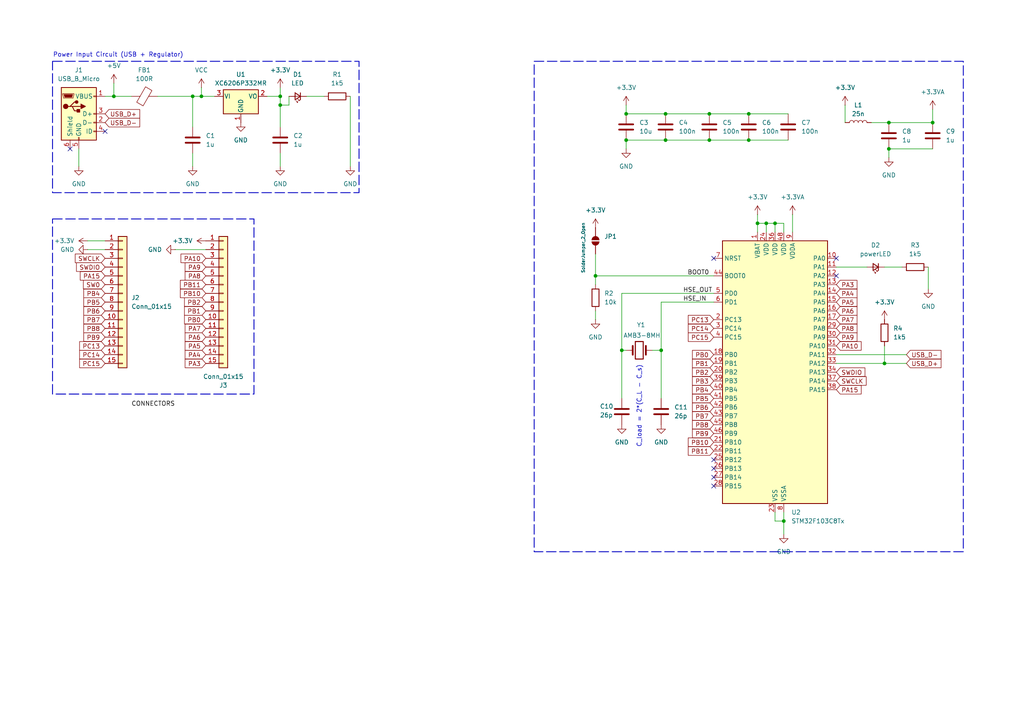
<source format=kicad_sch>
(kicad_sch (version 20231120) (generator "eeschema") (generator_version "8.0")
  (paper "A4")
  (lib_symbols
    (symbol "Connector:USB_B_Micro" (pin_names (offset 1.016))
      (property "Reference" "J" (at -5.08 11.43 0))
      (property "Value" "USB_B_Micro" (at -5.08 8.89 0))
      (symbol "USB_B_Micro_0_1"
        (rectangle (start -5.08 -7.62) (end 5.08 7.62) (stroke (width 0.254)) (fill (type background)))
        (circle (center -3.81 2.159) (radius 0.635) (stroke (width 0.254)) (fill (type outline)))
        (circle (center -0.635 3.429) (radius 0.381) (stroke (width 0.254)) (fill (type outline)))
        (rectangle (start -0.127 -7.62) (end 0.127 -6.858))
        (polyline (pts (xy -1.905 2.159) (xy 0.635 2.159)) (stroke (width 0.254)))
        (polyline (pts (xy -3.175 2.159) (xy -2.54 2.159) (xy -1.27 3.429) (xy -0.635 3.429)) (stroke (width 0.254)))
        (polyline (pts (xy -2.54 2.159) (xy -1.905 2.159) (xy -1.27 0.889) (xy 0 0.889)) (stroke (width 0.254)))
        (polyline (pts (xy 0.635 2.794) (xy 0.635 1.524) (xy 1.905 2.159) (xy 0.635 2.794)) (stroke (width 0.254)) (fill (type outline)))
        (polyline (pts (xy -4.318 5.588) (xy -1.778 5.588) (xy -2.032 4.826) (xy -4.064 4.826) (xy -4.318 5.588)) (fill (type outline)))
        (polyline (pts (xy -4.699 5.842) (xy -4.699 5.588) (xy -4.445 4.826) (xy -4.445 4.572) (xy -1.651 4.572) (xy -1.651 4.826) (xy -1.397 5.588) (xy -1.397 5.842) (xy -4.699 5.842)))
        (rectangle (start 0.254 1.27) (end -0.508 0.508) (stroke (width 0.254)) (fill (type outline)))
        (rectangle (start 5.08 -5.207) (end 4.318 -4.953))
        (rectangle (start 5.08 -2.667) (end 4.318 -2.413))
        (rectangle (start 5.08 -0.127) (end 4.318 0.127))
        (rectangle (start 5.08 4.953) (end 4.318 5.207))
      )
      (symbol "USB_B_Micro_1_1"
        (pin power_out line (at 7.62 5.08 180) (length 2.54) (name "VBUS") (number "1"))
        (pin bidirectional line (at 7.62 -2.54 180) (length 2.54) (name "D-") (number "2"))
        (pin bidirectional line (at 7.62 0 180) (length 2.54) (name "D+") (number "3"))
        (pin passive line (at 7.62 -5.08 180) (length 2.54) (name "ID") (number "4"))
        (pin power_out line (at 0 -10.16 90) (length 2.54) (name "GND") (number "5"))
        (pin passive line (at -2.54 -10.16 90) (length 2.54) (name "Shield") (number "6"))
      )
    )
    (symbol "Connector_Generic:Conn_01x15" (pin_names (offset 1.016) hide)
      (property "Reference" "J" (at 0 20.32 0))
      (property "Value" "Conn_01x15" (at 0 -20.32 0))
      (symbol "Conn_01x15_1_1"
        (rectangle (start -1.27 -17.653) (end 0 -17.907) (stroke (width 0.1524)))
        (rectangle (start -1.27 -15.113) (end 0 -15.367) (stroke (width 0.1524)))
        (rectangle (start -1.27 -12.573) (end 0 -12.827) (stroke (width 0.1524)))
        (rectangle (start -1.27 -10.033) (end 0 -10.287) (stroke (width 0.1524)))
        (rectangle (start -1.27 -7.493) (end 0 -7.747) (stroke (width 0.1524)))
        (rectangle (start -1.27 -4.953) (end 0 -5.207) (stroke (width 0.1524)))
        (rectangle (start -1.27 -2.413) (end 0 -2.667) (stroke (width 0.1524)))
        (rectangle (start -1.27 0.127) (end 0 -0.127) (stroke (width 0.1524)))
        (rectangle (start -1.27 2.667) (end 0 2.413) (stroke (width 0.1524)))
        (rectangle (start -1.27 5.207) (end 0 4.953) (stroke (width 0.1524)))
        (rectangle (start -1.27 7.747) (end 0 7.493) (stroke (width 0.1524)))
        (rectangle (start -1.27 10.287) (end 0 10.033) (stroke (width 0.1524)))
        (rectangle (start -1.27 12.827) (end 0 12.573) (stroke (width 0.1524)))
        (rectangle (start -1.27 15.367) (end 0 15.113) (stroke (width 0.1524)))
        (rectangle (start -1.27 17.907) (end 0 17.653) (stroke (width 0.1524)))
        (rectangle (start -1.27 19.05) (end 1.27 -19.05) (stroke (width 0.254)) (fill (type background)))
        (pin passive line (at -5.08 17.78 0) (length 3.81) (name "Pin_1") (number "1"))
        (pin passive line (at -5.08 -5.08 0) (length 3.81) (name "Pin_10") (number "10"))
        (pin passive line (at -5.08 -7.62 0) (length 3.81) (name "Pin_11") (number "11"))
        (pin passive line (at -5.08 -10.16 0) (length 3.81) (name "Pin_12") (number "12"))
        (pin passive line (at -5.08 -12.7 0) (length 3.81) (name "Pin_13") (number "13"))
        (pin passive line (at -5.08 -15.24 0) (length 3.81) (name "Pin_14") (number "14"))
        (pin passive line (at -5.08 -17.78 0) (length 3.81) (name "Pin_15") (number "15"))
        (pin passive line (at -5.08 15.24 0) (length 3.81) (name "Pin_2") (number "2"))
        (pin passive line (at -5.08 12.7 0) (length 3.81) (name "Pin_3") (number "3"))
        (pin passive line (at -5.08 10.16 0) (length 3.81) (name "Pin_4") (number "4"))
        (pin passive line (at -5.08 7.62 0) (length 3.81) (name "Pin_5") (number "5"))
        (pin passive line (at -5.08 5.08 0) (length 3.81) (name "Pin_6") (number "6"))
        (pin passive line (at -5.08 2.54 0) (length 3.81) (name "Pin_7") (number "7"))
        (pin passive line (at -5.08 0 0) (length 3.81) (name "Pin_8") (number "8"))
        (pin passive line (at -5.08 -2.54 0) (length 3.81) (name "Pin_9") (number "9"))
      )
    )
    (symbol "Device:C" (pin_numbers hide) (pin_names (offset 0.254))
      (property "Reference" "C" (at 0.635 2.54 0))
      (property "Value" "C" (at 0.635 -2.54 0))
      (symbol "C_0_1"
        (polyline (pts (xy -2.032 -0.762) (xy 2.032 -0.762)) (stroke (width 0.508)))
        (polyline (pts (xy -2.032 0.762) (xy 2.032 0.762)) (stroke (width 0.508)))
      )
      (symbol "C_1_1"
        (pin passive line (at 0 3.81 270) (length 2.794) (name "~") (number "1"))
        (pin passive line (at 0 -3.81 90) (length 2.794) (name "~") (number "2"))
      )
    )
    (symbol "Device:Crystal" (pin_numbers hide) (pin_names (offset 1.016) hide)
      (property "Reference" "Y" (at 0 3.81 0))
      (property "Value" "Crystal" (at 0 -3.81 0))
      (symbol "Crystal_0_1"
        (rectangle (start -1.143 2.54) (end 1.143 -2.54) (stroke (width 0.3048)))
        (polyline (pts (xy -2.54 0) (xy -1.905 0)))
        (polyline (pts (xy -1.905 -1.27) (xy -1.905 1.27)) (stroke (width 0.508)))
        (polyline (pts (xy 1.905 -1.27) (xy 1.905 1.27)) (stroke (width 0.508)))
        (polyline (pts (xy 2.54 0) (xy 1.905 0)))
      )
      (symbol "Crystal_1_1"
        (pin passive line (at -3.81 0 0) (length 1.27) (name "1") (number "1"))
        (pin passive line (at 3.81 0 180) (length 1.27) (name "2") (number "2"))
      )
    )
    (symbol "Device:FerriteBead" (pin_numbers hide) (pin_names (offset 0))
      (property "Reference" "FB" (at -3.81 0.635 90))
      (property "Value" "FerriteBead" (at 3.81 0 90))
      (symbol "FerriteBead_0_1"
        (polyline (pts (xy 0 -1.27) (xy 0 -1.2192)))
        (polyline (pts (xy 0 1.27) (xy 0 1.2954)))
        (polyline (pts (xy -2.7686 0.4064) (xy -1.7018 2.2606) (xy 2.7686 -0.3048) (xy 1.6764 -2.159) (xy -2.7686 0.4064)))
      )
      (symbol "FerriteBead_1_1"
        (pin passive line (at 0 3.81 270) (length 2.54) (name "~") (number "1"))
        (pin passive line (at 0 -3.81 90) (length 2.54) (name "~") (number "2"))
      )
    )
    (symbol "Device:L" (pin_numbers hide) (pin_names (offset 1.016) hide)
      (property "Reference" "L" (at -1.27 0 90))
      (property "Value" "L" (at 1.905 0 90))
      (symbol "L_0_1"
        (arc (start 0 -2.54) (mid 0.6323 -1.905) (end 0 -1.27))
        (arc (start 0 -1.27) (mid 0.6323 -0.635) (end 0 0))
        (arc (start 0 0) (mid 0.6323 0.635) (end 0 1.27))
        (arc (start 0 1.27) (mid 0.6323 1.905) (end 0 2.54))
      )
      (symbol "L_1_1"
        (pin passive line (at 0 3.81 270) (length 1.27) (name "1") (number "1"))
        (pin passive line (at 0 -3.81 90) (length 1.27) (name "2") (number "2"))
      )
    )
    (symbol "Device:LED_Small" (pin_numbers hide) (pin_names (offset 0.254) hide)
      (property "Reference" "D" (at -1.27 3.175 0))
      (property "Value" "LED_Small" (at -4.445 -2.54 0))
      (symbol "LED_Small_0_1"
        (polyline (pts (xy -0.762 -1.016) (xy -0.762 1.016)) (stroke (width 0.254)))
        (polyline (pts (xy 1.016 0) (xy -0.762 0)))
        (polyline (pts (xy 0.762 -1.016) (xy -0.762 0) (xy 0.762 1.016) (xy 0.762 -1.016)) (stroke (width 0.254)))
        (polyline (pts (xy 0 0.762) (xy -0.508 1.27) (xy -0.254 1.27) (xy -0.508 1.27) (xy -0.508 1.016)))
        (polyline (pts (xy 0.508 1.27) (xy 0 1.778) (xy 0.254 1.778) (xy 0 1.778) (xy 0 1.524)))
      )
      (symbol "LED_Small_1_1"
        (pin passive line (at -2.54 0 0) (length 1.778) (name "K") (number "1"))
        (pin passive line (at 2.54 0 180) (length 1.778) (name "A") (number "2"))
      )
    )
    (symbol "Device:R" (pin_numbers hide) (pin_names (offset 0))
      (property "Reference" "R" (at 2.032 0 90))
      (property "Value" "R" (at 0 0 90))
      (symbol "R_0_1"
        (rectangle (start -1.016 -2.54) (end 1.016 2.54) (stroke (width 0.254)))
      )
      (symbol "R_1_1"
        (pin passive line (at 0 3.81 270) (length 1.27) (name "~") (number "1"))
        (pin passive line (at 0 -3.81 90) (length 1.27) (name "~") (number "2"))
      )
    )
    (symbol "Jumper:SolderJumper_2_Open" (pin_numbers hide) (pin_names (offset 0) hide) (exclude_from_sim yes) (in_bom no)
      (property "Reference" "JP" (at 0 2.032 0))
      (property "Value" "SolderJumper_2_Open" (at 0 -2.54 0))
      (symbol "SolderJumper_2_Open_0_1"
        (arc (start -0.254 1.016) (mid -1.2656 0) (end -0.254 -1.016))
        (arc (start -0.254 1.016) (mid -1.2656 0) (end -0.254 -1.016) (fill (type outline)))
        (polyline (pts (xy -0.254 1.016) (xy -0.254 -1.016)))
        (polyline (pts (xy 0.254 1.016) (xy 0.254 -1.016)))
        (arc (start 0.254 -1.016) (mid 1.2656 0) (end 0.254 1.016))
        (arc (start 0.254 -1.016) (mid 1.2656 0) (end 0.254 1.016) (fill (type outline)))
      )
      (symbol "SolderJumper_2_Open_1_1"
        (pin passive line (at -3.81 0 0) (length 2.54) (name "A") (number "1"))
        (pin passive line (at 3.81 0 180) (length 2.54) (name "B") (number "2"))
      )
    )
    (symbol "MCU_ST_STM32F1:STM32F103C8Tx"
      (property "Reference" "U" (at -15.24 39.37 0))
      (property "Value" "STM32F103C8Tx" (at 7.62 39.37 0))
      (symbol "STM32F103C8Tx_0_1"
        (rectangle (start -15.24 -38.1) (end 15.24 38.1) (stroke (width 0.254)) (fill (type background)))
      )
      (symbol "STM32F103C8Tx_1_1"
        (pin power_in line (at -5.08 40.64 270) (length 2.54) (name "VBAT") (number "1"))
        (pin bidirectional line (at 17.78 33.02 180) (length 2.54) (name "PA0") (number "10"))
        (pin bidirectional line (at 17.78 30.48 180) (length 2.54) (name "PA1") (number "11"))
        (pin bidirectional line (at 17.78 27.94 180) (length 2.54) (name "PA2") (number "12"))
        (pin bidirectional line (at 17.78 25.4 180) (length 2.54) (name "PA3") (number "13"))
        (pin bidirectional line (at 17.78 22.86 180) (length 2.54) (name "PA4") (number "14"))
        (pin bidirectional line (at 17.78 20.32 180) (length 2.54) (name "PA5") (number "15"))
        (pin bidirectional line (at 17.78 17.78 180) (length 2.54) (name "PA6") (number "16"))
        (pin bidirectional line (at 17.78 15.24 180) (length 2.54) (name "PA7") (number "17"))
        (pin bidirectional line (at -17.78 5.08 0) (length 2.54) (name "PB0") (number "18"))
        (pin bidirectional line (at -17.78 2.54 0) (length 2.54) (name "PB1") (number "19"))
        (pin bidirectional line (at -17.78 15.24 0) (length 2.54) (name "PC13") (number "2"))
        (pin bidirectional line (at -17.78 0 0) (length 2.54) (name "PB2") (number "20"))
        (pin bidirectional line (at -17.78 -20.32 0) (length 2.54) (name "PB10") (number "21"))
        (pin bidirectional line (at -17.78 -22.86 0) (length 2.54) (name "PB11") (number "22"))
        (pin power_in line (at 0 -40.64 90) (length 2.54) (name "VSS") (number "23"))
        (pin power_in line (at -2.54 40.64 270) (length 2.54) (name "VDD") (number "24"))
        (pin bidirectional line (at -17.78 -25.4 0) (length 2.54) (name "PB12") (number "25"))
        (pin bidirectional line (at -17.78 -27.94 0) (length 2.54) (name "PB13") (number "26"))
        (pin bidirectional line (at -17.78 -30.48 0) (length 2.54) (name "PB14") (number "27"))
        (pin bidirectional line (at -17.78 -33.02 0) (length 2.54) (name "PB15") (number "28"))
        (pin bidirectional line (at 17.78 12.7 180) (length 2.54) (name "PA8") (number "29"))
        (pin bidirectional line (at -17.78 12.7 0) (length 2.54) (name "PC14") (number "3"))
        (pin bidirectional line (at 17.78 10.16 180) (length 2.54) (name "PA9") (number "30"))
        (pin bidirectional line (at 17.78 7.62 180) (length 2.54) (name "PA10") (number "31"))
        (pin bidirectional line (at 17.78 5.08 180) (length 2.54) (name "PA11") (number "32"))
        (pin bidirectional line (at 17.78 2.54 180) (length 2.54) (name "PA12") (number "33"))
        (pin bidirectional line (at 17.78 0 180) (length 2.54) (name "PA13") (number "34"))
        (pin passive line (at 0 -40.64 90) (length 2.54) hide (name "VSS") (number "35"))
        (pin power_in line (at 0 40.64 270) (length 2.54) (name "VDD") (number "36"))
        (pin bidirectional line (at 17.78 -2.54 180) (length 2.54) (name "PA14") (number "37"))
        (pin bidirectional line (at 17.78 -5.08 180) (length 2.54) (name "PA15") (number "38"))
        (pin bidirectional line (at -17.78 -2.54 0) (length 2.54) (name "PB3") (number "39"))
        (pin bidirectional line (at -17.78 10.16 0) (length 2.54) (name "PC15") (number "4"))
        (pin bidirectional line (at -17.78 -5.08 0) (length 2.54) (name "PB4") (number "40"))
        (pin bidirectional line (at -17.78 -7.62 0) (length 2.54) (name "PB5") (number "41"))
        (pin bidirectional line (at -17.78 -10.16 0) (length 2.54) (name "PB6") (number "42"))
        (pin bidirectional line (at -17.78 -12.7 0) (length 2.54) (name "PB7") (number "43"))
        (pin input line (at -17.78 27.94 0) (length 2.54) (name "BOOT0") (number "44"))
        (pin bidirectional line (at -17.78 -15.24 0) (length 2.54) (name "PB8") (number "45"))
        (pin bidirectional line (at -17.78 -17.78 0) (length 2.54) (name "PB9") (number "46"))
        (pin passive line (at 0 -40.64 90) (length 2.54) hide (name "VSS") (number "47"))
        (pin power_in line (at 2.54 40.64 270) (length 2.54) (name "VDD") (number "48"))
        (pin bidirectional line (at -17.78 22.86 0) (length 2.54) (name "PD0") (number "5"))
        (pin bidirectional line (at -17.78 20.32 0) (length 2.54) (name "PD1") (number "6"))
        (pin input line (at -17.78 33.02 0) (length 2.54) (name "NRST") (number "7"))
        (pin power_in line (at 2.54 -40.64 90) (length 2.54) (name "VSSA") (number "8"))
        (pin power_in line (at 5.08 40.64 270) (length 2.54) (name "VDDA") (number "9"))
      )
    )
    (symbol "Regulator_Linear:XC6206PxxxMR" (pin_names (offset 0.254))
      (property "Reference" "U" (at -3.81 3.175 0))
      (property "Value" "XC6206PxxxMR" (at 0 3.175 0))
      (symbol "XC6206PxxxMR_0_1"
        (rectangle (start -5.08 1.905) (end 5.08 -5.08) (stroke (width 0.254)) (fill (type background)))
      )
      (symbol "XC6206PxxxMR_1_1"
        (pin power_in line (at 0 -7.62 90) (length 2.54) (name "GND") (number "1"))
        (pin power_out line (at 7.62 0 180) (length 2.54) (name "VO") (number "2"))
        (pin power_in line (at -7.62 0 0) (length 2.54) (name "VI") (number "3"))
      )
    )
    (symbol "power:+3.3V" (power) (pin_numbers hide) (pin_names (offset 0) hide)
      (property "Value" "+3.3V" (at 0 3.556 0))
      (symbol "+3.3V_0_1"
        (polyline (pts (xy -0.762 1.27) (xy 0 2.54)))
        (polyline (pts (xy 0 0) (xy 0 2.54)))
        (polyline (pts (xy 0 2.54) (xy 0.762 1.27)))
      )
      (symbol "+3.3V_1_1"
        (pin power_in line (at 0 0 90) (length 0) (name "~") (number "1"))
      )
    )
    (symbol "power:+5V" (power) (pin_numbers hide) (pin_names (offset 0) hide)
      (property "Value" "+5V" (at 0 3.556 0))
      (symbol "+5V_0_1"
        (polyline (pts (xy -0.762 1.27) (xy 0 2.54)))
        (polyline (pts (xy 0 0) (xy 0 2.54)))
        (polyline (pts (xy 0 2.54) (xy 0.762 1.27)))
      )
      (symbol "+5V_1_1"
        (pin power_in line (at 0 0 90) (length 0) (name "~") (number "1"))
      )
    )
    (symbol "power:GND" (power) (pin_numbers hide) (pin_names (offset 0) hide)
      (property "Value" "GND" (at 0 -3.81 0))
      (symbol "GND_0_1"
        (polyline (pts (xy 0 0) (xy 0 -1.27) (xy 1.27 -1.27) (xy 0 -2.54) (xy -1.27 -1.27) (xy 0 -1.27)))
      )
      (symbol "GND_1_1"
        (pin power_in line (at 0 0 270) (length 0) (name "~") (number "1"))
      )
    )
    (symbol "power:VCC" (power) (pin_numbers hide) (pin_names (offset 0) hide)
      (property "Value" "VCC" (at 0 3.556 0))
      (symbol "VCC_0_1"
        (polyline (pts (xy -0.762 1.27) (xy 0 2.54)))
        (polyline (pts (xy 0 0) (xy 0 2.54)))
        (polyline (pts (xy 0 2.54) (xy 0.762 1.27)))
      )
      (symbol "VCC_1_1"
        (pin power_in line (at 0 0 90) (length 0) (name "~") (number "1"))
      )
    )
  )
  (junction (at 193.04 33.02))
  (junction (at 217.17 40.64))
  (junction (at 191.77 101.6))
  (junction (at 270.51 35.56))
  (junction (at 193.04 40.64))
  (junction (at 81.28 27.94))
  (junction (at 224.79 64.77))
  (junction (at 205.74 40.64))
  (junction (at 219.71 64.77))
  (junction (at 227.33 151.13))
  (junction (at 222.25 64.77))
  (junction (at 58.42 27.94))
  (junction (at 181.61 40.64))
  (junction (at 33.02 27.94))
  (junction (at 217.17 33.02))
  (junction (at 172.72 80.01))
  (junction (at 257.81 43.18))
  (junction (at 180.34 101.6))
  (junction (at 181.61 33.02))
  (junction (at 81.28 30.48))
  (junction (at 205.74 33.02))
  (junction (at 257.81 35.56))
  (junction (at 256.54 105.41))
  (junction (at 55.88 27.94))
  (no_connect (at 207.01 135.89))
  (no_connect (at 207.01 138.43))
  (no_connect (at 30.48 38.1))
  (no_connect (at 242.57 74.93))
  (no_connect (at 20.32 43.18))
  (no_connect (at 207.01 74.93))
  (no_connect (at 242.57 80.01))
  (no_connect (at 207.01 133.35))
  (no_connect (at 207.01 140.97))
  (wire (pts (xy 181.61 40.64) (xy 193.04 40.64)))
  (wire (pts (xy 227.33 67.31) (xy 227.33 64.77)))
  (wire (pts (xy 50.8 72.39) (xy 59.69 72.39)))
  (wire (pts (xy 81.28 30.48) (xy 81.28 36.83)))
  (wire (pts (xy 81.28 48.26) (xy 81.28 44.45)))
  (wire (pts (xy 205.74 33.02) (xy 217.17 33.02)))
  (wire (pts (xy 101.6 27.94) (xy 101.6 48.26)))
  (wire (pts (xy 256.54 100.33) (xy 256.54 105.41)))
  (wire (pts (xy 224.79 64.77) (xy 222.25 64.77)))
  (wire (pts (xy 180.34 101.6) (xy 180.34 115.57)))
  (wire (pts (xy 45.72 27.94) (xy 55.88 27.94)))
  (wire (pts (xy 227.33 151.13) (xy 224.79 151.13)))
  (wire (pts (xy 22.86 43.18) (xy 22.86 48.26)))
  (wire (pts (xy 181.61 30.48) (xy 181.61 33.02)))
  (wire (pts (xy 172.72 90.17) (xy 172.72 92.71)))
  (wire (pts (xy 270.51 31.75) (xy 270.51 35.56)))
  (wire (pts (xy 191.77 87.63) (xy 207.01 87.63)))
  (wire (pts (xy 181.61 33.02) (xy 193.04 33.02)))
  (wire (pts (xy 219.71 64.77) (xy 219.71 67.31)))
  (wire (pts (xy 30.48 27.94) (xy 33.02 27.94)))
  (wire (pts (xy 83.82 27.94) (xy 83.82 30.48)))
  (wire (pts (xy 224.79 148.59) (xy 224.79 151.13)))
  (wire (pts (xy 242.57 77.47) (xy 251.46 77.47)))
  (wire (pts (xy 193.04 33.02) (xy 205.74 33.02)))
  (wire (pts (xy 172.72 80.01) (xy 207.01 80.01)))
  (wire (pts (xy 77.47 27.94) (xy 81.28 27.94)))
  (wire (pts (xy 257.81 43.18) (xy 257.81 45.72)))
  (wire (pts (xy 191.77 101.6) (xy 191.77 115.57)))
  (wire (pts (xy 222.25 67.31) (xy 222.25 64.77)))
  (wire (pts (xy 172.72 73.66) (xy 172.72 80.01)))
  (wire (pts (xy 33.02 24.13) (xy 33.02 27.94)))
  (wire (pts (xy 252.73 35.56) (xy 257.81 35.56)))
  (wire (pts (xy 191.77 87.63) (xy 191.77 101.6)))
  (wire (pts (xy 180.34 85.09) (xy 180.34 101.6)))
  (wire (pts (xy 205.74 40.64) (xy 217.17 40.64)))
  (wire (pts (xy 25.4 72.39) (xy 30.48 72.39)))
  (wire (pts (xy 58.42 25.4) (xy 58.42 27.94)))
  (wire (pts (xy 88.9 27.94) (xy 93.98 27.94)))
  (wire (pts (xy 217.17 33.02) (xy 228.6 33.02)))
  (wire (pts (xy 257.81 35.56) (xy 270.51 35.56)))
  (wire (pts (xy 58.42 27.94) (xy 62.23 27.94)))
  (wire (pts (xy 55.88 27.94) (xy 58.42 27.94)))
  (wire (pts (xy 222.25 64.77) (xy 219.71 64.77)))
  (wire (pts (xy 224.79 67.31) (xy 224.79 64.77)))
  (wire (pts (xy 55.88 44.45) (xy 55.88 48.26)))
  (wire (pts (xy 33.02 27.94) (xy 38.1 27.94)))
  (wire (pts (xy 227.33 151.13) (xy 227.33 154.94)))
  (wire (pts (xy 172.72 80.01) (xy 172.72 82.55)))
  (wire (pts (xy 256.54 77.47) (xy 261.62 77.47)))
  (wire (pts (xy 242.57 105.41) (xy 256.54 105.41)))
  (wire (pts (xy 181.61 40.64) (xy 181.61 43.18)))
  (wire (pts (xy 257.81 43.18) (xy 270.51 43.18)))
  (wire (pts (xy 229.87 62.23) (xy 229.87 67.31)))
  (wire (pts (xy 25.4 69.85) (xy 30.48 69.85)))
  (wire (pts (xy 269.24 83.82) (xy 269.24 77.47)))
  (wire (pts (xy 227.33 64.77) (xy 224.79 64.77)))
  (wire (pts (xy 180.34 101.6) (xy 181.61 101.6)))
  (wire (pts (xy 81.28 27.94) (xy 81.28 30.48)))
  (wire (pts (xy 189.23 101.6) (xy 191.77 101.6)))
  (wire (pts (xy 180.34 85.09) (xy 207.01 85.09)))
  (wire (pts (xy 219.71 62.23) (xy 219.71 64.77)))
  (wire (pts (xy 217.17 40.64) (xy 228.6 40.64)))
  (wire (pts (xy 227.33 148.59) (xy 227.33 151.13)))
  (wire (pts (xy 83.82 30.48) (xy 81.28 30.48)))
  (wire (pts (xy 242.57 102.87) (xy 262.89 102.87)))
  (wire (pts (xy 81.28 25.4) (xy 81.28 27.94)))
  (wire (pts (xy 245.11 30.48) (xy 245.11 35.56)))
  (wire (pts (xy 256.54 105.41) (xy 262.89 105.41)))
  (wire (pts (xy 193.04 40.64) (xy 205.74 40.64)))
  (wire (pts (xy 55.88 36.83) (xy 55.88 27.94)))
  (rectangle (start 154.94 17.78) (end 279.4 160.02) (stroke (width 0.254) (type dash)))
  (rectangle (start 15.24 63.5) (end 73.66 114.3) (stroke (width 0.254) (type dash)))
  (rectangle (start 15.24 17.78) (end 104.14 55.88) (stroke (width 0.254) (type dash)))
  (text "Power Input Circuit (USB + Regulator)" (at 34.29 16.002 0) (effects (font (size 1.27 1.27))))
  (text "C_load = 2*(C_L - C_s)" (at 185.42 117.856 90) (effects (font (size 1.27 1.27))))
  (label "CONNECTORS" (at 38.1 118.11 0))
  (label "HSE_OUT" (at 198.12 85.09 0))
  (label "HSE_IN" (at 198.12 87.63 0))
  (label "BOOT0" (at 199.39 80.01 0))
  (global_label "PB0" (shape input) (at 59.69 92.71 180) (property "Intersheetrefs" "${INTERSHEET_REFS}" (effects (hide yes))))
  (global_label "PA5" (shape input) (at 242.57 87.63 0) (property "Intersheetrefs" "${INTERSHEET_REFS}" (effects (hide yes))))
  (global_label "PB11" (shape input) (at 207.01 130.81 180) (property "Intersheetrefs" "${INTERSHEET_REFS}" (effects (hide yes))))
  (global_label "PC15" (shape input) (at 207.01 97.79 180) (property "Intersheetrefs" "${INTERSHEET_REFS}" (effects (hide yes))))
  (global_label "PB6" (shape input) (at 30.48 90.17 180) (property "Intersheetrefs" "${INTERSHEET_REFS}" (effects (hide yes))))
  (global_label "PB4" (shape input) (at 30.48 85.09 180) (property "Intersheetrefs" "${INTERSHEET_REFS}" (effects (hide yes))))
  (global_label "PB11" (shape input) (at 59.69 82.55 180) (property "Intersheetrefs" "${INTERSHEET_REFS}" (effects (hide yes))))
  (global_label "SWDIO" (shape input) (at 242.57 107.95 0) (property "Intersheetrefs" "${INTERSHEET_REFS}" (effects (hide yes))))
  (global_label "PB3" (shape input) (at 207.01 110.49 180) (property "Intersheetrefs" "${INTERSHEET_REFS}" (effects (hide yes))))
  (global_label "PC15" (shape input) (at 30.48 105.41 180) (property "Intersheetrefs" "${INTERSHEET_REFS}" (effects (hide yes))))
  (global_label "PB8" (shape input) (at 30.48 95.25 180) (property "Intersheetrefs" "${INTERSHEET_REFS}" (effects (hide yes))))
  (global_label "USB_D-" (shape input) (at 262.89 102.87 0) (property "Intersheetrefs" "${INTERSHEET_REFS}" (effects (hide yes))))
  (global_label "PB8" (shape input) (at 207.01 123.19 180) (property "Intersheetrefs" "${INTERSHEET_REFS}" (effects (hide yes))))
  (global_label "PB0" (shape input) (at 207.01 102.87 180) (property "Intersheetrefs" "${INTERSHEET_REFS}" (effects (hide yes))))
  (global_label "PA15" (shape input) (at 30.48 80.01 180) (property "Intersheetrefs" "${INTERSHEET_REFS}" (effects (hide yes))))
  (global_label "SWDIO" (shape input) (at 30.48 77.47 180) (property "Intersheetrefs" "${INTERSHEET_REFS}" (effects (hide yes))))
  (global_label "PA3" (shape input) (at 242.57 82.55 0) (property "Intersheetrefs" "${INTERSHEET_REFS}" (effects (hide yes))))
  (global_label "PA9" (shape input) (at 242.57 97.79 0) (property "Intersheetrefs" "${INTERSHEET_REFS}" (effects (hide yes))))
  (global_label "PA10" (shape input) (at 59.69 74.93 180) (property "Intersheetrefs" "${INTERSHEET_REFS}" (effects (hide yes))))
  (global_label "PB5" (shape input) (at 207.01 115.57 180) (property "Intersheetrefs" "${INTERSHEET_REFS}" (effects (hide yes))))
  (global_label "PA5" (shape input) (at 59.69 100.33 180) (property "Intersheetrefs" "${INTERSHEET_REFS}" (effects (hide yes))))
  (global_label "PA9" (shape input) (at 59.69 77.47 180) (property "Intersheetrefs" "${INTERSHEET_REFS}" (effects (hide yes))))
  (global_label "PA3" (shape input) (at 59.69 105.41 180) (property "Intersheetrefs" "${INTERSHEET_REFS}" (effects (hide yes))))
  (global_label "PA15" (shape input) (at 242.57 113.03 0) (property "Intersheetrefs" "${INTERSHEET_REFS}" (effects (hide yes))))
  (global_label "PA6" (shape input) (at 242.57 90.17 0) (property "Intersheetrefs" "${INTERSHEET_REFS}" (effects (hide yes))))
  (global_label "PB5" (shape input) (at 30.48 87.63 180) (property "Intersheetrefs" "${INTERSHEET_REFS}" (effects (hide yes))))
  (global_label "PB9" (shape input) (at 30.48 97.79 180) (property "Intersheetrefs" "${INTERSHEET_REFS}" (effects (hide yes))))
  (global_label "PC14" (shape input) (at 30.48 102.87 180) (property "Intersheetrefs" "${INTERSHEET_REFS}" (effects (hide yes))))
  (global_label "PB9" (shape input) (at 207.01 125.73 180) (property "Intersheetrefs" "${INTERSHEET_REFS}" (effects (hide yes))))
  (global_label "PB6" (shape input) (at 207.01 118.11 180) (property "Intersheetrefs" "${INTERSHEET_REFS}" (effects (hide yes))))
  (global_label "SWCLK" (shape input) (at 30.48 74.93 180) (property "Intersheetrefs" "${INTERSHEET_REFS}" (effects (hide yes))))
  (global_label "PA8" (shape input) (at 59.69 80.01 180) (property "Intersheetrefs" "${INTERSHEET_REFS}" (effects (hide yes))))
  (global_label "USB_D+" (shape input) (at 30.48 33.02 0) (property "Intersheetrefs" "${INTERSHEET_REFS}" (effects (hide yes))))
  (global_label "PA7" (shape input) (at 59.69 95.25 180) (property "Intersheetrefs" "${INTERSHEET_REFS}" (effects (hide yes))))
  (global_label "PA4" (shape input) (at 59.69 102.87 180) (property "Intersheetrefs" "${INTERSHEET_REFS}" (effects (hide yes))))
  (global_label "PB10" (shape input) (at 207.01 128.27 180) (property "Intersheetrefs" "${INTERSHEET_REFS}" (effects (hide yes))))
  (global_label "USB_D+" (shape input) (at 262.89 105.41 0) (property "Intersheetrefs" "${INTERSHEET_REFS}" (effects (hide yes))))
  (global_label "PA4" (shape input) (at 242.57 85.09 0) (property "Intersheetrefs" "${INTERSHEET_REFS}" (effects (hide yes))))
  (global_label "PB7" (shape input) (at 207.01 120.65 180) (property "Intersheetrefs" "${INTERSHEET_REFS}" (effects (hide yes))))
  (global_label "PA7" (shape input) (at 242.57 92.71 0) (property "Intersheetrefs" "${INTERSHEET_REFS}" (effects (hide yes))))
  (global_label "USB_D-" (shape input) (at 30.48 35.56 0) (property "Intersheetrefs" "${INTERSHEET_REFS}" (effects (hide yes))))
  (global_label "PB7" (shape input) (at 30.48 92.71 180) (property "Intersheetrefs" "${INTERSHEET_REFS}" (effects (hide yes))))
  (global_label "SW0" (shape input) (at 30.48 82.55 180) (property "Intersheetrefs" "${INTERSHEET_REFS}" (effects (hide yes))))
  (global_label "PB1" (shape input) (at 59.69 90.17 180) (property "Intersheetrefs" "${INTERSHEET_REFS}" (effects (hide yes))))
  (global_label "PC14" (shape input) (at 207.01 95.25 180) (property "Intersheetrefs" "${INTERSHEET_REFS}" (effects (hide yes))))
  (global_label "PB4" (shape input) (at 207.01 113.03 180) (property "Intersheetrefs" "${INTERSHEET_REFS}" (effects (hide yes))))
  (global_label "PB1" (shape input) (at 207.01 105.41 180) (property "Intersheetrefs" "${INTERSHEET_REFS}" (effects (hide yes))))
  (global_label "PA6" (shape input) (at 59.69 97.79 180) (property "Intersheetrefs" "${INTERSHEET_REFS}" (effects (hide yes))))
  (global_label "PB2" (shape input) (at 207.01 107.95 180) (property "Intersheetrefs" "${INTERSHEET_REFS}" (effects (hide yes))))
  (global_label "PA10" (shape input) (at 242.57 100.33 0) (property "Intersheetrefs" "${INTERSHEET_REFS}" (effects (hide yes))))
  (global_label "PC13" (shape input) (at 30.48 100.33 180) (property "Intersheetrefs" "${INTERSHEET_REFS}" (effects (hide yes))))
  (global_label "SWCLK" (shape input) (at 242.57 110.49 0) (property "Intersheetrefs" "${INTERSHEET_REFS}" (effects (hide yes))))
  (global_label "PC13" (shape input) (at 207.01 92.71 180) (property "Intersheetrefs" "${INTERSHEET_REFS}" (effects (hide yes))))
  (global_label "PA8" (shape input) (at 242.57 95.25 0) (property "Intersheetrefs" "${INTERSHEET_REFS}" (effects (hide yes))))
  (global_label "PB10" (shape input) (at 59.69 85.09 180) (property "Intersheetrefs" "${INTERSHEET_REFS}" (effects (hide yes))))
  (global_label "PB2" (shape input) (at 59.69 87.63 180) (property "Intersheetrefs" "${INTERSHEET_REFS}" (effects (hide yes))))
  (symbol (lib_id "power:GND") (at 172.72 92.71 0) (unit 1)
    (property "Reference" "#PWR016" (effects (hide yes)))
    (property "Value" "GND" (at 172.72 97.79 0))
    (property "Description" "Power symbol creates a global label with name \"GND\" , ground" (effects (hide yes)))
  )
  (symbol (lib_id "Device:C") (at 191.77 119.38 0) (unit 1)
    (property "Reference" "C11" (at 195.58 118.1099 0) (effects (justify left)))
    (property "Value" "26p" (at 195.58 120.6499 0) (effects (justify left)))
    (property "Footprint" "Capacitor_SMD:C_0402_1005Metric" (effects (hide yes)))
    (property "Description" "Unpolarized capacitor" (effects (hide yes)))
  )
  (symbol (lib_id "Device:C") (at 81.28 40.64 0) (unit 1)
    (property "Reference" "C2" (at 85.09 39.3699 0) (effects (justify left)))
    (property "Value" "1u" (at 85.09 41.9099 0) (effects (justify left)))
    (property "Footprint" "Capacitor_SMD:C_0603_1608Metric" (effects (hide yes)))
    (property "Description" "Unpolarized capacitor" (effects (hide yes)))
  )
  (symbol (lib_id "Device:R") (at 265.43 77.47 90) (unit 1)
    (property "Reference" "R3" (at 265.43 71.12 90))
    (property "Value" "1k5" (at 265.43 73.66 90))
    (property "Footprint" "Resistor_SMD:R_0603_1608Metric" (effects (hide yes)))
    (property "Description" "Resistor" (effects (hide yes)))
  )
  (symbol (lib_id "Device:R") (at 256.54 96.52 180) (unit 1)
    (property "Reference" "R4" (at 259.08 95.2499 0) (effects (justify right)))
    (property "Value" "1k5" (at 259.08 97.7899 0) (effects (justify right)))
    (property "Footprint" "Resistor_SMD:R_0402_1005Metric" (effects (hide yes)))
    (property "Description" "Resistor" (effects (hide yes)))
  )
  (symbol (lib_id "Device:C") (at 228.6 36.83 0) (unit 1)
    (property "Reference" "C7" (at 232.41 35.5599 0) (effects (justify left)))
    (property "Value" "100n" (at 232.41 38.0999 0) (effects (justify left)))
    (property "Footprint" "Capacitor_SMD:C_0402_1005Metric" (effects (hide yes)))
    (property "Description" "Unpolarized capacitor" (effects (hide yes)))
  )
  (symbol (lib_id "Device:C") (at 193.04 36.83 0) (unit 1)
    (property "Reference" "C4" (at 196.85 35.5599 0) (effects (justify left)))
    (property "Value" "100n" (at 196.85 38.0999 0) (effects (justify left)))
    (property "Footprint" "Capacitor_SMD:C_0402_1005Metric" (effects (hide yes)))
    (property "Description" "Unpolarized capacitor" (effects (hide yes)))
  )
  (symbol (lib_id "power:GND") (at 69.85 35.56 0) (unit 1)
    (property "Reference" "#PWR026" (effects (hide yes)))
    (property "Value" "GND" (at 69.85 40.64 0))
    (property "Description" "Power symbol creates a global label with name \"GND\" , ground" (effects (hide yes)))
  )
  (symbol (lib_id "Device:C") (at 180.34 119.38 0) (unit 1)
    (property "Reference" "C10" (at 173.99 117.856 0) (effects (justify left)))
    (property "Value" "26p" (at 173.99 120.396 0) (effects (justify left)))
    (property "Footprint" "Capacitor_SMD:C_0402_1005Metric" (effects (hide yes)))
    (property "Description" "Unpolarized capacitor" (effects (hide yes)))
  )
  (symbol (lib_id "Connector_Generic:Conn_01x15") (at 64.77 87.63 0) (unit 1)
    (property "Reference" "J3" (at 64.77 111.76 0))
    (property "Value" "Conn_01x15" (at 64.77 109.22 0))
    (property "Footprint" "Connector_PinHeader_2.54mm:PinHeader_1x15_P2.54mm_Vertical" (effects (hide yes)))
    (property "Description" "Generic connector, single row, 01x15, script generated (kicad-library-utils/schlib/autogen/connector/)" (effects (hide yes)))
  )
  (symbol (lib_id "power:VCC") (at 58.42 25.4 0) (unit 1)
    (property "Reference" "#PWR03" (effects (hide yes)))
    (property "Value" "VCC" (at 58.42 20.32 0))
    (property "Description" "Power symbol creates a global label with name \"VCC\"" (effects (hide yes)))
  )
  (symbol (lib_id "Device:C") (at 270.51 39.37 0) (unit 1)
    (property "Reference" "C9" (at 274.32 38.0999 0) (effects (justify left)))
    (property "Value" "1u" (at 274.32 40.6399 0) (effects (justify left)))
    (property "Footprint" "Capacitor_SMD:C_0402_1005Metric" (effects (hide yes)))
    (property "Description" "Unpolarized capacitor" (effects (hide yes)))
  )
  (symbol (lib_id "MCU_ST_STM32F1:STM32F103C8Tx") (at 224.79 107.95 0) (unit 1)
    (property "Reference" "U2" (at 229.5241 148.59 0) (effects (justify left)))
    (property "Value" "STM32F103C8Tx" (at 229.5241 151.13 0) (effects (justify left)))
    (property "Footprint" "Package_QFP:LQFP-48_7x7mm_P0.5mm" (effects (hide yes)))
    (property "Datasheet" "https://www.st.com/resource/en/datasheet/stm32f103c8.pdf" (effects (hide yes)))
    (property "Description" "STMicroelectronics Arm Cortex-M3 MCU, 64KB flash, 20KB RAM, 72 MHz, 2.0-3.6V, 37 GPIO, LQFP48" (effects (hide yes)))
  )
  (symbol (lib_id "Device:FerriteBead") (at 41.91 27.94 90) (unit 1)
    (property "Reference" "FB1" (at 41.8592 20.32 90))
    (property "Value" "100R" (at 41.8592 22.86 90))
    (property "Footprint" "Inductor_SMD:L_0805_2012Metric" (effects (hide yes)))
    (property "Description" "Ferrite bead" (effects (hide yes)))
  )
  (symbol (lib_id "Device:C") (at 257.81 39.37 0) (unit 1)
    (property "Reference" "C8" (at 261.62 38.0999 0) (effects (justify left)))
    (property "Value" "1u" (at 261.62 40.6399 0) (effects (justify left)))
    (property "Footprint" "Capacitor_SMD:C_0402_1005Metric" (effects (hide yes)))
    (property "Description" "Unpolarized capacitor" (effects (hide yes)))
  )
  (symbol (lib_id "Device:LED_Small") (at 254 77.47 180) (unit 1)
    (property "Reference" "D2" (at 253.9365 71.12 0))
    (property "Value" "powerLED" (at 253.9365 73.66 0))
    (property "Footprint" "LED_SMD:LED_0201_0603Metric" (effects (hide yes)))
    (property "Description" "Light emitting diode, small symbol" (effects (hide yes)))
  )
  (symbol (lib_id "Device:R") (at 172.72 86.36 180) (unit 1)
    (property "Reference" "R2" (at 175.26 85.0899 0) (effects (justify right)))
    (property "Value" "10k" (at 175.26 87.6299 0) (effects (justify right)))
    (property "Footprint" "Resistor_SMD:R_0402_1005Metric" (effects (hide yes)))
    (property "Description" "Resistor" (effects (hide yes)))
  )
  (symbol (lib_id "Jumper:SolderJumper_2_Open") (at 172.72 69.85 90) (unit 1) (exclude_from_sim yes) (in_bom no)
    (property "Reference" "JP1" (at 175.26 68.5799 90) (effects (justify right)))
    (property "Value" "SolderJumper_2_Open" (at 169.164 64.516 0) (effects (font (size 0.889 0.889)) (justify right)))
    (property "Footprint" "Jumper:SolderJumper-2_P1.3mm_Open_Pad1.0x1.5mm" (effects (hide yes)))
    (property "Description" "Solder Jumper, 2-pole, open" (effects (hide yes)))
  )
  (symbol (lib_id "power:GND") (at 55.88 48.26 0) (unit 1)
    (property "Reference" "#PWR01" (effects (hide yes)))
    (property "Value" "GND" (at 55.88 53.34 0))
    (property "Description" "Power symbol creates a global label with name \"GND\" , ground" (effects (hide yes)))
  )
  (symbol (lib_id "power:GND") (at 81.28 48.26 0) (unit 1)
    (property "Reference" "#PWR07" (effects (hide yes)))
    (property "Value" "GND" (at 81.28 53.34 0))
    (property "Description" "Power symbol creates a global label with name \"GND\" , ground" (effects (hide yes)))
  )
  (symbol (lib_id "power:+3.3V") (at 172.72 66.04 0) (unit 1)
    (property "Reference" "#PWR015" (effects (hide yes)))
    (property "Value" "+3.3V" (at 172.72 60.96 0))
    (property "Description" "Power symbol creates a global label with name \"+3.3V\"" (effects (hide yes)))
  )
  (symbol (lib_id "Device:C") (at 205.74 36.83 0) (unit 1)
    (property "Reference" "C5" (at 209.55 35.5599 0) (effects (justify left)))
    (property "Value" "100n" (at 209.55 38.0999 0) (effects (justify left)))
    (property "Footprint" "Capacitor_SMD:C_0402_1005Metric" (effects (hide yes)))
    (property "Description" "Unpolarized capacitor" (effects (hide yes)))
  )
  (symbol (lib_id "power:GND") (at 181.61 43.18 0) (unit 1)
    (property "Reference" "#PWR08" (effects (hide yes)))
    (property "Value" "GND" (at 181.61 48.26 0))
    (property "Description" "Power symbol creates a global label with name \"GND\" , ground" (effects (hide yes)))
  )
  (symbol (lib_id "power:+5V") (at 33.02 24.13 0) (unit 1)
    (property "Reference" "#PWR02" (effects (hide yes)))
    (property "Value" "+5V" (at 33.02 19.05 0))
    (property "Description" "Power symbol creates a global label with name \"+5V\"" (effects (hide yes)))
  )
  (symbol (lib_id "power:GND") (at 257.81 45.72 0) (unit 1)
    (property "Reference" "#PWR012" (effects (hide yes)))
    (property "Value" "GND" (at 257.81 50.8 0))
    (property "Description" "Power symbol creates a global label with name \"GND\" , ground" (effects (hide yes)))
  )
  (symbol (lib_id "power:+3.3V") (at 256.54 92.71 0) (unit 1)
    (property "Reference" "#PWR019" (effects (hide yes)))
    (property "Value" "+3.3V" (at 256.54 87.63 0))
    (property "Description" "Power symbol creates a global label with name \"+3.3V\"" (effects (hide yes)))
  )
  (symbol (lib_id "power:GND") (at 22.86 48.26 0) (unit 1)
    (property "Reference" "#PWR06" (effects (hide yes)))
    (property "Value" "GND" (at 22.86 53.34 0))
    (property "Description" "Power symbol creates a global label with name \"GND\" , ground" (effects (hide yes)))
  )
  (symbol (lib_id "Regulator_Linear:XC6206PxxxMR") (at 69.85 27.94 0) (unit 1)
    (property "Reference" "U1" (at 69.85 21.59 0))
    (property "Value" "XC6206P332MR" (at 69.85 24.13 0))
    (property "Footprint" "Package_TO_SOT_SMD:SOT-23-3" (effects (hide yes)))
    (property "Datasheet" "https://www.torexsemi.com/file/xc6206/XC6206.pdf" (effects (hide yes)))
    (property "Description" "Positive 60-250mA Low Dropout Regulator, Fixed Output, SOT-23" (effects (hide yes)))
  )
  (symbol (lib_id "Device:LED_Small") (at 86.36 27.94 180) (unit 1)
    (property "Reference" "D1" (at 86.2965 21.59 0))
    (property "Value" "LED" (at 86.2965 24.13 0))
    (property "Footprint" "LED_SMD:LED_0201_0603Metric" (effects (hide yes)))
    (property "Description" "Light emitting diode, small symbol" (effects (hide yes)))
  )
  (symbol (lib_id "power:+3.3V") (at 219.71 62.23 0) (unit 1)
    (property "Reference" "#PWR013" (effects (hide yes)))
    (property "Value" "+3.3V" (at 219.71 57.15 0))
    (property "Description" "Power symbol creates a global label with name \"+3.3V\"" (effects (hide yes)))
  )
  (symbol (lib_id "power:GND") (at 50.8 72.39 270) (unit 1)
    (property "Reference" "#PWR025" (effects (hide yes)))
    (property "Value" "GND" (at 46.99 72.3899 90) (effects (justify right)))
    (property "Description" "Power symbol creates a global label with name \"GND\" , ground" (effects (hide yes)))
  )
  (symbol (lib_id "power:+3.3V") (at 25.4 69.85 90) (unit 1)
    (property "Reference" "#PWR022" (effects (hide yes)))
    (property "Value" "+3.3V" (at 21.59 69.8499 90) (effects (justify left)))
    (property "Description" "Power symbol creates a global label with name \"+3.3V\"" (effects (hide yes)))
  )
  (symbol (lib_id "power:GND") (at 269.24 83.82 0) (unit 1)
    (property "Reference" "#PWR021" (effects (hide yes)))
    (property "Value" "GND" (at 269.24 88.9 0))
    (property "Description" "Power symbol creates a global label with name \"GND\" , ground" (effects (hide yes)))
  )
  (symbol (lib_id "power:+3.3V") (at 181.61 30.48 0) (unit 1)
    (property "Reference" "#PWR09" (effects (hide yes)))
    (property "Value" "+3.3V" (at 181.61 25.4 0))
    (property "Description" "Power symbol creates a global label with name \"+3.3V\"" (effects (hide yes)))
  )
  (symbol (lib_id "Device:R") (at 97.79 27.94 90) (unit 1)
    (property "Reference" "R1" (at 97.79 21.59 90))
    (property "Value" "1k5" (at 97.79 24.13 90))
    (property "Footprint" "Resistor_SMD:R_0603_1608Metric" (effects (hide yes)))
    (property "Description" "Resistor" (effects (hide yes)))
  )
  (symbol (lib_id "power:+3.3V") (at 229.87 62.23 0) (unit 1)
    (property "Reference" "#PWR014" (effects (hide yes)))
    (property "Value" "+3.3VA" (at 229.87 57.15 0))
    (property "Description" "Power symbol creates a global label with name \"+3.3V\"" (effects (hide yes)))
  )
  (symbol (lib_id "Device:L") (at 248.92 35.56 90) (unit 1)
    (property "Reference" "L1" (at 248.92 30.48 90))
    (property "Value" "25n" (at 248.92 33.02 90))
    (property "Footprint" "Inductor_SMD:L_01005_0402Metric" (effects (hide yes)))
    (property "Description" "Inductor" (effects (hide yes)))
  )
  (symbol (lib_id "power:GND") (at 227.33 154.94 0) (unit 1)
    (property "Reference" "#PWR020" (effects (hide yes)))
    (property "Value" "GND" (at 227.33 160.02 0))
    (property "Description" "Power symbol creates a global label with name \"GND\" , ground" (effects (hide yes)))
  )
  (symbol (lib_id "power:+3.3V") (at 245.11 30.48 0) (unit 1)
    (property "Reference" "#PWR010" (effects (hide yes)))
    (property "Value" "+3.3V" (at 245.11 25.4 0))
    (property "Description" "Power symbol creates a global label with name \"+3.3V\"" (effects (hide yes)))
  )
  (symbol (lib_id "power:GND") (at 25.4 72.39 270) (unit 1)
    (property "Reference" "#PWR023" (effects (hide yes)))
    (property "Value" "GND" (at 21.59 72.3899 90) (effects (justify right)))
    (property "Description" "Power symbol creates a global label with name \"GND\" , ground" (effects (hide yes)))
  )
  (symbol (lib_id "power:GND") (at 101.6 48.26 0) (unit 1)
    (property "Reference" "#PWR04" (effects (hide yes)))
    (property "Value" "GND" (at 101.6 53.34 0))
    (property "Description" "Power symbol creates a global label with name \"GND\" , ground" (effects (hide yes)))
  )
  (symbol (lib_id "Connector:USB_B_Micro") (at 22.86 33.02 0) (unit 1)
    (property "Reference" "J1" (at 22.86 20.32 0))
    (property "Value" "USB_B_Micro" (at 22.86 22.86 0))
    (property "Footprint" "Connector_USB:USB_Micro-B_Wuerth_629105150521" (effects (hide yes)))
    (property "Description" "USB Micro Type B connector" (effects (hide yes)))
  )
  (symbol (lib_id "Device:C") (at 181.61 36.83 0) (unit 1)
    (property "Reference" "C3" (at 185.42 35.5599 0) (effects (justify left)))
    (property "Value" "10u" (at 185.42 38.0999 0) (effects (justify left)))
    (property "Footprint" "Capacitor_SMD:C_0603_1608Metric" (effects (hide yes)))
    (property "Description" "Unpolarized capacitor" (effects (hide yes)))
  )
  (symbol (lib_id "power:GND") (at 191.77 123.19 0) (unit 1)
    (property "Reference" "#PWR018" (effects (hide yes)))
    (property "Value" "GND" (at 191.77 128.27 0))
    (property "Description" "Power symbol creates a global label with name \"GND\" , ground" (effects (hide yes)))
  )
  (symbol (lib_id "Device:C") (at 55.88 40.64 0) (unit 1)
    (property "Reference" "C1" (at 59.69 39.3699 0) (effects (justify left)))
    (property "Value" "1u" (at 59.69 41.9099 0) (effects (justify left)))
    (property "Footprint" "Capacitor_SMD:C_0603_1608Metric" (effects (hide yes)))
    (property "Description" "Unpolarized capacitor" (effects (hide yes)))
  )
  (symbol (lib_id "Device:C") (at 217.17 36.83 0) (unit 1)
    (property "Reference" "C6" (at 220.98 35.5599 0) (effects (justify left)))
    (property "Value" "100n" (at 220.98 38.0999 0) (effects (justify left)))
    (property "Footprint" "Capacitor_SMD:C_0402_1005Metric" (effects (hide yes)))
    (property "Description" "Unpolarized capacitor" (effects (hide yes)))
  )
  (symbol (lib_id "power:GND") (at 180.34 123.19 0) (unit 1)
    (property "Reference" "#PWR017" (effects (hide yes)))
    (property "Value" "GND" (at 180.34 128.27 0))
    (property "Description" "Power symbol creates a global label with name \"GND\" , ground" (effects (hide yes)))
  )
  (symbol (lib_id "Device:Crystal") (at 185.42 101.6 0) (unit 1)
    (property "Reference" "Y1" (at 185.928 94.234 0))
    (property "Value" "AMB3-8MH" (at 186.182 97.282 0))
    (property "Footprint" "Crystal:Crystal_SMD_5032-2Pin_5.0x3.2mm" (effects (hide yes)))
    (property "Description" "Two pin crystal" (effects (hide yes)))
  )
  (symbol (lib_id "power:+3.3V") (at 81.28 25.4 0) (unit 1)
    (property "Reference" "#PWR05" (effects (hide yes)))
    (property "Value" "+3.3V" (at 81.28 20.32 0))
    (property "Description" "Power symbol creates a global label with name \"+3.3V\"" (effects (hide yes)))
  )
  (symbol (lib_id "power:+3.3V") (at 59.69 69.85 90) (unit 1)
    (property "Reference" "#PWR024" (effects (hide yes)))
    (property "Value" "+3.3V" (at 55.88 69.8499 90) (effects (justify left)))
    (property "Description" "Power symbol creates a global label with name \"+3.3V\"" (effects (hide yes)))
  )
  (symbol (lib_id "Connector_Generic:Conn_01x15") (at 35.56 87.63 0) (unit 1)
    (property "Reference" "J2" (at 38.1 86.3599 0) (effects (justify left)))
    (property "Value" "Conn_01x15" (at 38.1 88.8999 0) (effects (justify left)))
    (property "Footprint" "Connector_PinHeader_2.54mm:PinHeader_1x15_P2.54mm_Vertical" (effects (hide yes)))
    (property "Description" "Generic connector, single row, 01x15, script generated (kicad-library-utils/schlib/autogen/connector/)" (effects (hide yes)))
  )
  (symbol (lib_id "power:+3.3V") (at 270.51 31.75 0) (unit 1)
    (property "Reference" "#PWR011" (effects (hide yes)))
    (property "Value" "+3.3VA" (at 270.51 26.67 0))
    (property "Description" "Power symbol creates a global label with name \"+3.3V\"" (effects (hide yes)))
  )
)
</source>
